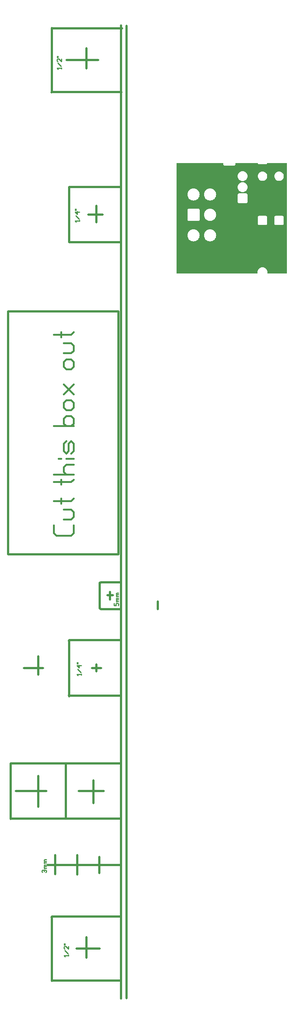
<source format=gbr>
G04 start of page 4 for group 2 idx 2 *
G04 Title: (unknown), outline *
G04 Creator: pcb 20091103 *
G04 CreationDate: Mon Oct  4 16:31:00 2010 UTC *
G04 For: fosse *
G04 Format: Gerber/RS-274X *
G04 PCB-Dimensions: 440000 900000 *
G04 PCB-Coordinate-Origin: lower left *
%MOIN*%
%FSLAX25Y25*%
%LNOUTLINE*%
%ADD11C,0.0200*%
%ADD15C,0.0090*%
%ADD16C,0.0181*%
G54D11*G36*
X253600Y769400D02*X260700D01*
Y669400D01*
X253600D01*
Y713150D01*
X256350D01*
X256610Y713173D01*
X256863Y713240D01*
X257100Y713351D01*
X257314Y713501D01*
X257499Y713686D01*
X257649Y713900D01*
X257760Y714137D01*
X257827Y714390D01*
X257850Y714650D01*
Y720150D01*
X257827Y720410D01*
X257760Y720663D01*
X257649Y720900D01*
X257499Y721114D01*
X257314Y721299D01*
X257100Y721449D01*
X256863Y721560D01*
X256610Y721627D01*
X256350Y721650D01*
X253600D01*
Y753150D01*
X254338Y753215D01*
X255054Y753406D01*
X255725Y753719D01*
X256332Y754144D01*
X256856Y754668D01*
X257281Y755275D01*
X257594Y755946D01*
X257785Y756662D01*
X257850Y757400D01*
X257785Y758138D01*
X257594Y758854D01*
X257281Y759525D01*
X256856Y760132D01*
X256332Y760656D01*
X255725Y761081D01*
X255054Y761394D01*
X254338Y761585D01*
X253600Y761650D01*
Y769400D01*
G37*
G36*
X238600Y768150D02*X241350D01*
X241610Y768173D01*
X241863Y768240D01*
X242100Y768351D01*
X242314Y768501D01*
X242499Y768686D01*
X242649Y768900D01*
X242760Y769137D01*
X242827Y769390D01*
X242828Y769400D01*
X253600D01*
Y761650D01*
X252862Y761585D01*
X252146Y761394D01*
X251475Y761081D01*
X250868Y760656D01*
X250344Y760132D01*
X249919Y759525D01*
X249606Y758854D01*
X249415Y758138D01*
X249350Y757400D01*
X249415Y756662D01*
X249606Y755946D01*
X249919Y755275D01*
X250344Y754668D01*
X250868Y754144D01*
X251475Y753719D01*
X252146Y753406D01*
X252862Y753215D01*
X253600Y753150D01*
Y721650D01*
X250850D01*
X250590Y721627D01*
X250337Y721560D01*
X250100Y721449D01*
X249886Y721299D01*
X249701Y721114D01*
X249551Y720900D01*
X249440Y720663D01*
X249373Y720410D01*
X249350Y720150D01*
Y714650D01*
X249373Y714390D01*
X249440Y714137D01*
X249551Y713900D01*
X249701Y713686D01*
X249886Y713501D01*
X250100Y713351D01*
X250337Y713240D01*
X250590Y713173D01*
X250850Y713150D01*
X253600D01*
Y669400D01*
X242973D01*
X243032Y669619D01*
X243100Y670400D01*
X243032Y671181D01*
X242829Y671939D01*
X242497Y672650D01*
X242047Y673293D01*
X241493Y673847D01*
X240850Y674297D01*
X240139Y674629D01*
X239381Y674832D01*
X238600Y674900D01*
Y713150D01*
X241350D01*
X241610Y713173D01*
X241863Y713240D01*
X242100Y713351D01*
X242314Y713501D01*
X242499Y713686D01*
X242649Y713900D01*
X242760Y714137D01*
X242827Y714390D01*
X242850Y714650D01*
Y720150D01*
X242827Y720410D01*
X242760Y720663D01*
X242649Y720900D01*
X242499Y721114D01*
X242314Y721299D01*
X242100Y721449D01*
X241863Y721560D01*
X241610Y721627D01*
X241350Y721650D01*
X238600D01*
Y753150D01*
X239338Y753215D01*
X240054Y753406D01*
X240725Y753719D01*
X241332Y754144D01*
X241856Y754668D01*
X242281Y755275D01*
X242594Y755946D01*
X242785Y756662D01*
X242850Y757400D01*
X242785Y758138D01*
X242594Y758854D01*
X242281Y759525D01*
X241856Y760132D01*
X241332Y760656D01*
X240725Y761081D01*
X240054Y761394D01*
X239338Y761585D01*
X238600Y761650D01*
Y768150D01*
G37*
G36*
X220600Y769400D02*X234372D01*
X234373Y769390D01*
X234440Y769137D01*
X234551Y768900D01*
X234701Y768686D01*
X234886Y768501D01*
X235100Y768351D01*
X235337Y768240D01*
X235590Y768173D01*
X235850Y768150D01*
X238600D01*
Y761650D01*
X237862Y761585D01*
X237146Y761394D01*
X236475Y761081D01*
X235868Y760656D01*
X235344Y760132D01*
X234919Y759525D01*
X234606Y758854D01*
X234415Y758138D01*
X234350Y757400D01*
X234415Y756662D01*
X234606Y755946D01*
X234919Y755275D01*
X235344Y754668D01*
X235868Y754144D01*
X236475Y753719D01*
X237146Y753406D01*
X237862Y753215D01*
X238600Y753150D01*
Y721650D01*
X235850D01*
X235590Y721627D01*
X235337Y721560D01*
X235100Y721449D01*
X234886Y721299D01*
X234701Y721114D01*
X234551Y720900D01*
X234440Y720663D01*
X234373Y720410D01*
X234350Y720150D01*
Y714650D01*
X234373Y714390D01*
X234440Y714137D01*
X234551Y713900D01*
X234701Y713686D01*
X234886Y713501D01*
X235100Y713351D01*
X235337Y713240D01*
X235590Y713173D01*
X235850Y713150D01*
X238600D01*
Y674900D01*
X237819Y674832D01*
X237061Y674629D01*
X236350Y674297D01*
X235707Y673847D01*
X235153Y673293D01*
X234703Y672650D01*
X234371Y671939D01*
X234168Y671181D01*
X234100Y670400D01*
X234168Y669619D01*
X234227Y669400D01*
X220600D01*
Y732900D01*
X223600D01*
X223860Y732923D01*
X224113Y732990D01*
X224350Y733101D01*
X224564Y733251D01*
X224749Y733436D01*
X224899Y733650D01*
X225010Y733887D01*
X225077Y734140D01*
X225100Y734400D01*
Y740400D01*
X225077Y740660D01*
X225010Y740913D01*
X224899Y741150D01*
X224749Y741364D01*
X224564Y741549D01*
X224350Y741699D01*
X224113Y741810D01*
X223860Y741877D01*
X223600Y741900D01*
X220600D01*
Y742900D01*
X221381Y742968D01*
X222139Y743171D01*
X222850Y743503D01*
X223493Y743953D01*
X224047Y744507D01*
X224497Y745150D01*
X224829Y745861D01*
X225032Y746619D01*
X225100Y747400D01*
X225032Y748181D01*
X224829Y748939D01*
X224497Y749650D01*
X224047Y750293D01*
X223493Y750847D01*
X222850Y751297D01*
X222139Y751629D01*
X221381Y751832D01*
X220600Y751900D01*
Y752900D01*
X221381Y752968D01*
X222139Y753171D01*
X222850Y753503D01*
X223493Y753953D01*
X224047Y754507D01*
X224497Y755150D01*
X224829Y755861D01*
X225032Y756619D01*
X225100Y757400D01*
X225032Y758181D01*
X224829Y758939D01*
X224497Y759650D01*
X224047Y760293D01*
X223493Y760847D01*
X222850Y761297D01*
X222139Y761629D01*
X221381Y761832D01*
X220600Y761900D01*
Y769400D01*
G37*
G36*
X191100D02*X203100D01*
Y768400D01*
X203123Y768140D01*
X203190Y767887D01*
X203301Y767650D01*
X203451Y767436D01*
X203636Y767251D01*
X203850Y767101D01*
X204087Y766990D01*
X204340Y766923D01*
X204600Y766900D01*
X212600D01*
X212860Y766923D01*
X213113Y766990D01*
X213350Y767101D01*
X213564Y767251D01*
X213749Y767436D01*
X213899Y767650D01*
X214010Y767887D01*
X214077Y768140D01*
X214100Y768400D01*
Y769400D01*
X220600D01*
Y761900D01*
X219819Y761832D01*
X219061Y761629D01*
X218350Y761297D01*
X217707Y760847D01*
X217153Y760293D01*
X216703Y759650D01*
X216371Y758939D01*
X216168Y758181D01*
X216100Y757400D01*
X216168Y756619D01*
X216371Y755861D01*
X216703Y755150D01*
X217153Y754507D01*
X217707Y753953D01*
X218350Y753503D01*
X219061Y753171D01*
X219819Y752968D01*
X220600Y752900D01*
Y751900D01*
X219819Y751832D01*
X219061Y751629D01*
X218350Y751297D01*
X217707Y750847D01*
X217153Y750293D01*
X216703Y749650D01*
X216371Y748939D01*
X216168Y748181D01*
X216100Y747400D01*
X216168Y746619D01*
X216371Y745861D01*
X216703Y745150D01*
X217153Y744507D01*
X217707Y743953D01*
X218350Y743503D01*
X219061Y743171D01*
X219819Y742968D01*
X220600Y742900D01*
Y741900D01*
X217600D01*
X217340Y741877D01*
X217087Y741810D01*
X216850Y741699D01*
X216636Y741549D01*
X216451Y741364D01*
X216301Y741150D01*
X216190Y740913D01*
X216123Y740660D01*
X216100Y740400D01*
Y734400D01*
X216123Y734140D01*
X216190Y733887D01*
X216301Y733650D01*
X216451Y733436D01*
X216636Y733251D01*
X216850Y733101D01*
X217087Y732990D01*
X217340Y732923D01*
X217600Y732900D01*
X220600D01*
Y669400D01*
X191100D01*
Y698400D01*
X192055Y698484D01*
X192981Y698732D01*
X193850Y699137D01*
X194635Y699687D01*
X195313Y700365D01*
X195863Y701150D01*
X196268Y702019D01*
X196516Y702945D01*
X196600Y703900D01*
X196516Y704855D01*
X196268Y705781D01*
X195863Y706650D01*
X195313Y707435D01*
X194635Y708113D01*
X193850Y708663D01*
X192981Y709068D01*
X192055Y709316D01*
X191100Y709400D01*
Y716900D01*
X192055Y716984D01*
X192981Y717232D01*
X193850Y717637D01*
X194635Y718187D01*
X195313Y718865D01*
X195863Y719650D01*
X196268Y720519D01*
X196516Y721445D01*
X196600Y722400D01*
X196516Y723355D01*
X196268Y724281D01*
X195863Y725150D01*
X195313Y725935D01*
X194635Y726613D01*
X193850Y727163D01*
X192981Y727568D01*
X192055Y727816D01*
X191100Y727900D01*
Y735400D01*
X192055Y735484D01*
X192981Y735732D01*
X193850Y736137D01*
X194635Y736687D01*
X195313Y737365D01*
X195863Y738150D01*
X196268Y739019D01*
X196516Y739945D01*
X196600Y740900D01*
X196516Y741855D01*
X196268Y742781D01*
X195863Y743650D01*
X195313Y744435D01*
X194635Y745113D01*
X193850Y745663D01*
X192981Y746068D01*
X192055Y746316D01*
X191100Y746400D01*
Y769400D01*
G37*
G36*
X176100D02*X191100D01*
Y746400D01*
X190145Y746316D01*
X189219Y746068D01*
X188350Y745663D01*
X187565Y745113D01*
X186887Y744435D01*
X186337Y743650D01*
X185932Y742781D01*
X185684Y741855D01*
X185600Y740900D01*
X185684Y739945D01*
X185932Y739019D01*
X186337Y738150D01*
X186887Y737365D01*
X187565Y736687D01*
X188350Y736137D01*
X189219Y735732D01*
X190145Y735484D01*
X191100Y735400D01*
Y727900D01*
X190145Y727816D01*
X189219Y727568D01*
X188350Y727163D01*
X187565Y726613D01*
X186887Y725935D01*
X186337Y725150D01*
X185932Y724281D01*
X185684Y723355D01*
X185600Y722400D01*
X185684Y721445D01*
X185932Y720519D01*
X186337Y719650D01*
X186887Y718865D01*
X187565Y718187D01*
X188350Y717637D01*
X189219Y717232D01*
X190145Y716984D01*
X191100Y716900D01*
Y709400D01*
X190145Y709316D01*
X189219Y709068D01*
X188350Y708663D01*
X187565Y708113D01*
X186887Y707435D01*
X186337Y706650D01*
X185932Y705781D01*
X185684Y704855D01*
X185600Y703900D01*
X185684Y702945D01*
X185932Y702019D01*
X186337Y701150D01*
X186887Y700365D01*
X187565Y699687D01*
X188350Y699137D01*
X189219Y698732D01*
X190145Y698484D01*
X191100Y698400D01*
Y669400D01*
X176100D01*
Y698400D01*
X177055Y698484D01*
X177981Y698732D01*
X178850Y699137D01*
X179635Y699687D01*
X180313Y700365D01*
X180863Y701150D01*
X181268Y702019D01*
X181516Y702945D01*
X181600Y703900D01*
X181516Y704855D01*
X181268Y705781D01*
X180863Y706650D01*
X180313Y707435D01*
X179635Y708113D01*
X178850Y708663D01*
X177981Y709068D01*
X177055Y709316D01*
X176100Y709400D01*
Y716900D01*
X180600D01*
X180774Y716915D01*
X180942Y716960D01*
X181100Y717034D01*
X181243Y717134D01*
X181366Y717257D01*
X181466Y717400D01*
X181540Y717558D01*
X181585Y717726D01*
X181600Y717900D01*
Y726900D01*
X181585Y727074D01*
X181540Y727242D01*
X181466Y727400D01*
X181366Y727543D01*
X181243Y727666D01*
X181100Y727766D01*
X180942Y727840D01*
X180774Y727885D01*
X180600Y727900D01*
X176100D01*
Y735400D01*
X177055Y735484D01*
X177981Y735732D01*
X178850Y736137D01*
X179635Y736687D01*
X180313Y737365D01*
X180863Y738150D01*
X181268Y739019D01*
X181516Y739945D01*
X181600Y740900D01*
X181516Y741855D01*
X181268Y742781D01*
X180863Y743650D01*
X180313Y744435D01*
X179635Y745113D01*
X178850Y745663D01*
X177981Y746068D01*
X177055Y746316D01*
X176100Y746400D01*
Y769400D01*
G37*
G36*
X160700Y669400D02*Y769400D01*
X176100D01*
Y746400D01*
X175145Y746316D01*
X174219Y746068D01*
X173350Y745663D01*
X172565Y745113D01*
X171887Y744435D01*
X171337Y743650D01*
X170932Y742781D01*
X170684Y741855D01*
X170600Y740900D01*
X170684Y739945D01*
X170932Y739019D01*
X171337Y738150D01*
X171887Y737365D01*
X172565Y736687D01*
X173350Y736137D01*
X174219Y735732D01*
X175145Y735484D01*
X176100Y735400D01*
Y727900D01*
X171600D01*
X171426Y727885D01*
X171258Y727840D01*
X171100Y727766D01*
X170957Y727666D01*
X170834Y727543D01*
X170734Y727400D01*
X170660Y727242D01*
X170615Y727074D01*
X170600Y726900D01*
Y717900D01*
X170615Y717726D01*
X170660Y717558D01*
X170734Y717400D01*
X170834Y717257D01*
X170957Y717134D01*
X171100Y717034D01*
X171258Y716960D01*
X171426Y716915D01*
X171600Y716900D01*
X176100D01*
Y709400D01*
X175145Y709316D01*
X174219Y709068D01*
X173350Y708663D01*
X172565Y708113D01*
X171887Y707435D01*
X171337Y706650D01*
X170932Y705781D01*
X170684Y704855D01*
X170600Y703900D01*
X170684Y702945D01*
X170932Y702019D01*
X171337Y701150D01*
X171887Y700365D01*
X172565Y699687D01*
X173350Y699137D01*
X174219Y698732D01*
X175145Y698484D01*
X176100Y698400D01*
Y669400D01*
X160700D01*
G37*
G54D11*X110500Y893900D02*Y12700D01*
X115500Y893600D02*Y12800D01*
X110623Y833457D02*X110702Y833378D01*
X108100Y635100D02*Y415100D01*
X91096Y378024D02*X91017Y377945D01*
X90623Y140819D02*Y133575D01*
Y140819D02*Y126331D01*
X90938Y389441D02*Y366212D01*
Y388654D02*Y366291D01*
Y388654D02*X92040Y389756D01*
X90938Y366212D02*X91095Y366055D01*
X91961Y365268D02*X90938Y366291D01*
X92040Y389756D02*X110465D01*
Y365268D01*
X100544Y381016D02*Y374008D01*
X91961Y365268D02*X110387D01*
X97906Y378063D02*X103024D01*
X110072Y29047D02*X110308Y28811D01*
X10500Y225600D02*X110500D01*
X60500Y225200D02*Y176200D01*
X72200Y200600D02*X94800D01*
X85500Y210200D02*Y189700D01*
X35500Y214300D02*Y186200D01*
X143600Y372400D02*Y365200D01*
X92356Y311961D02*X92434Y312039D01*
X88000Y312000D02*Y308900D01*
Y315300D02*Y308900D01*
X84087Y311961D02*X92356D01*
X35500Y322500D02*Y305900D01*
X63772Y337157D02*X63143Y336528D01*
X22500Y312000D02*X39700D01*
X63300Y337237D02*Y286370D01*
X63378Y287000D02*X110308D01*
X63378D02*X63221Y287157D01*
X63772Y337157D02*X110465D01*
X63300Y337237D02*X63457Y337394D01*
X8100Y415100D02*X108100D01*
X10500Y225600D02*Y175400D01*
Y175500D02*X110500D01*
X15200Y200600D02*X42700D01*
X80780Y722512D02*X93694D01*
X88000Y722500D02*Y715500D01*
Y730500D02*Y715500D01*
X63616Y697472D02*X63379Y697709D01*
Y747551D02*X110229D01*
X63379Y747472D02*Y697551D01*
X60938Y862512D02*X89835D01*
X47631Y833457D02*X47552Y833378D01*
X47709Y891449D02*X111292D01*
X47631Y833457D02*X110623D01*
X79000Y873300D02*Y854900D01*
X47631Y891567D02*Y833457D01*
X63616Y697472D02*X110465D01*
X8100Y635100D02*X108100D01*
X8100D02*Y415100D01*
X43772Y133614D02*X109599D01*
X48418Y87079D02*X110308D01*
X48418D02*X47473Y86134D01*
X90623Y126331D02*X90583Y126291D01*
X69914Y57945D02*X90938D01*
X79000Y68100D02*X78900Y68200D01*
X47631Y87000D02*Y28732D01*
X47788Y29047D02*X110072D01*
X79000Y68100D02*Y49600D01*
X70623Y142511D02*Y133417D01*
Y142511D02*X70583Y142551D01*
Y125110D01*
X50623Y142512D02*Y133575D01*
Y142512D02*Y125189D01*
G54D15*X72787Y717556D02*Y716556D01*
X68787Y717056D02*X72787D01*
X69787Y716056D02*X68787Y717056D01*
X72287Y718757D02*X69287Y721757D01*
X70787Y722958D02*X68787Y724958D01*
X70787Y725458D02*Y722958D01*
X68787Y724958D02*X72787D01*
X68787Y726659D02*X69787D01*
X68787Y727659D02*X69787D01*
X56450Y855744D02*Y854744D01*
X52450Y855244D02*X56450D01*
X53450Y854244D02*X52450Y855244D01*
X55950Y856945D02*X52950Y859945D01*
Y861146D02*X52450Y861646D01*
Y863146D02*Y861646D01*
Y863146D02*X52950Y863646D01*
X53950D01*
X56450Y861146D02*X53950Y863646D01*
X56450D02*Y861146D01*
X52450Y864847D02*X53450D01*
X52450Y865847D02*X53450D01*
X104221Y370614D02*Y368614D01*
X106221D01*
X105721Y369114D01*
Y370114D02*Y369114D01*
Y370114D02*X106221Y370614D01*
X107721D01*
X108221Y370114D02*X107721Y370614D01*
X108221Y370114D02*Y369114D01*
X107721Y368614D02*X108221Y369114D01*
X106721Y372315D02*X108221D01*
X106721D02*X106221Y372815D01*
Y373315D02*Y372815D01*
Y373315D02*X106721Y373815D01*
X108221D01*
X106721D02*X106221Y374315D01*
Y374815D02*Y374315D01*
Y374815D02*X106721Y375315D01*
X108221D01*
X106221Y371815D02*X106721Y372315D01*
Y377016D02*X108221D01*
X106721D02*X106221Y377516D01*
Y378016D02*Y377516D01*
Y378016D02*X106721Y378516D01*
X108221D01*
X106721D02*X106221Y379016D01*
Y379516D02*Y379016D01*
Y379516D02*X106721Y380016D01*
X108221D01*
X106221Y376516D02*X106721Y377016D01*
X62749Y52200D02*Y51200D01*
X58749Y51700D02*X62749D01*
X59749Y50700D02*X58749Y51700D01*
X62249Y53401D02*X59249Y56401D01*
Y57602D02*X58749Y58102D01*
Y59602D02*Y58102D01*
Y59602D02*X59249Y60102D01*
X60249D01*
X62749Y57602D02*X60249Y60102D01*
X62749D02*Y57602D01*
X58749Y61303D02*X59749D01*
X58749Y62303D02*X59749D01*
X39170Y127079D02*X38670Y127579D01*
Y128579D02*Y127579D01*
Y128579D02*X39170Y129079D01*
X42170D01*
X42670Y128579D02*X42170Y129079D01*
X42670Y128579D02*Y127579D01*
X42170Y127079D02*X42670Y127579D01*
X40670Y129079D02*Y127579D01*
X41170Y130780D02*X42670D01*
X41170D02*X40670Y131280D01*
Y131780D02*Y131280D01*
Y131780D02*X41170Y132280D01*
X42670D01*
X41170D02*X40670Y132780D01*
Y133280D02*Y132780D01*
Y133280D02*X41170Y133780D01*
X42670D01*
X40670Y130280D02*X41170Y130780D01*
Y135481D02*X42670D01*
X41170D02*X40670Y135981D01*
Y136481D02*Y135981D01*
Y136481D02*X41170Y136981D01*
X42670D01*
X41170D02*X40670Y137481D01*
Y137981D02*Y137481D01*
Y137981D02*X41170Y138481D01*
X42670D01*
X40670Y134981D02*X41170Y135481D01*
X74559Y306729D02*Y305729D01*
X70559Y306229D02*X74559D01*
X71559Y305229D02*X70559Y306229D01*
X74059Y307930D02*X71059Y310930D01*
X72559Y312131D02*X70559Y314131D01*
X72559Y314631D02*Y312131D01*
X70559Y314131D02*X74559D01*
X70559Y315832D02*X71559D01*
X70559Y316832D02*X71559D01*
G54D16*X67400Y441140D02*Y434360D01*
X65140Y432100D02*X67400Y434360D01*
X51580Y432100D02*X65140D01*
X51580D02*X49320Y434360D01*
Y441140D02*Y434360D01*
X58360Y446568D02*X65140D01*
X67400Y448828D01*
Y453348D02*Y448828D01*
Y453348D02*X65140Y455608D01*
X58360D02*X65140D01*
X49320Y463297D02*X65140D01*
X67400Y465557D01*
X56100D02*Y461037D01*
X49320Y480477D02*X65140D01*
X67400Y482737D01*
X56100D02*Y478217D01*
X49320Y487262D02*X67400D01*
X60620D02*X58360Y489522D01*
Y494042D02*Y489522D01*
Y494042D02*X60620Y496302D01*
X67400D01*
X53840Y501730D02*X56100D01*
X60620D02*X67400D01*
Y515295D02*Y508515D01*
Y515295D02*X65140Y517555D01*
X62880Y515295D02*X65140Y517555D01*
X62880Y515295D02*Y508515D01*
X60620Y506255D02*X62880Y508515D01*
X60620Y506255D02*X58360Y508515D01*
Y515295D02*Y508515D01*
Y515295D02*X60620Y517555D01*
X65140Y506255D02*X67400Y508515D01*
X49320Y531119D02*X67400D01*
X65140D02*X67400Y533379D01*
Y537899D02*Y533379D01*
Y537899D02*X65140Y540159D01*
X60620D02*X65140D01*
X58360Y537899D02*X60620Y540159D01*
X58360Y537899D02*Y533379D01*
X60620Y531119D02*X58360Y533379D01*
X60620Y545588D02*X65140D01*
X60620D02*X58360Y547848D01*
Y552368D02*Y547848D01*
Y552368D02*X60620Y554628D01*
X65140D01*
X67400Y552368D02*X65140Y554628D01*
X67400Y552368D02*Y547848D01*
X65140Y545588D02*X67400Y547848D01*
X58360Y560056D02*X67400Y569096D01*
Y560056D02*X58360Y569096D01*
X60620Y582661D02*X65140D01*
X60620D02*X58360Y584921D01*
Y589441D02*Y584921D01*
Y589441D02*X60620Y591701D01*
X65140D01*
X67400Y589441D02*X65140Y591701D01*
X67400Y589441D02*Y584921D01*
X65140Y582661D02*X67400Y584921D01*
X58360Y597129D02*X65140D01*
X67400Y599389D01*
Y603909D02*Y599389D01*
Y603909D02*X65140Y606169D01*
X58360D02*X65140D01*
X49320Y613858D02*X65140D01*
X67400Y616118D01*
X56100D02*Y611598D01*
M02*

</source>
